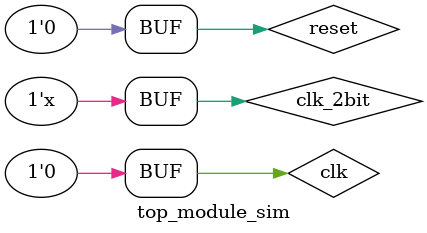
<source format=sv>
`timescale 1ns / 1ps


module top_module_sim;
     logic clk,clk_2bit,reset;
     logic display1,display2,display3,display4;
     logic bcd_out;
     //Pruebas
     //logic [3:0] muxxx_out;
     //logic [1:0] twooo_out;
     top_module DUT(
        .clock(clk),
        .clock_2bit(clk_2bit),
        .reset(reset),
        .d1(display1),
        .d2(display2),
        .d3(display3),
        .d4(display4),
        .bcd_out(bcd_out)
        //.muxxx(muxxx_out),
        //.twooo(twooo_out)
     );
    //always #5 clk = ~clk; // Generación de señal de reloj
    //always #5 clk_2bit = ~clk_2bit; //HAY QUE CAMBIAR ESTE VALOR SEGUN LO QUE PIDE EN LA GUIA!!!!!
    always #5 clk_2bit = (clk_2bit == 20) ? 1'b0 : clk_2bit + 1; 
    initial begin
        clk=0;
        clk_2bit=0;
        
        reset = 1;
        #5 clk=1;
        #5 clk=0;
        //#10 reset = 0;
        reset = 0;
        for (int i = 0; i < 50; i++) begin
            //$display("Iteración %0d", i);
            #35 clk=1;
            #5 clk=0;
            
        end
    end
endmodule

</source>
